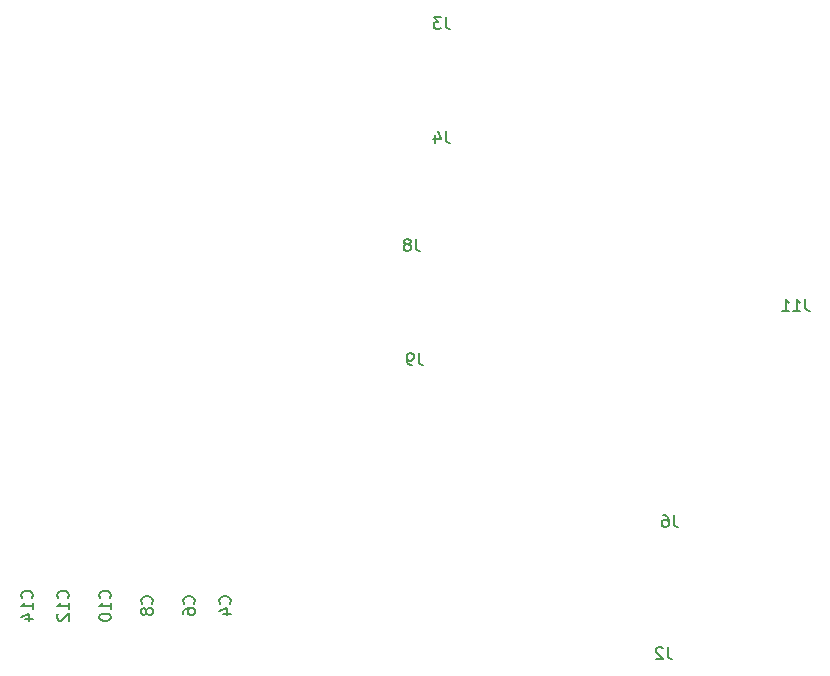
<source format=gbr>
%TF.GenerationSoftware,KiCad,Pcbnew,7.0.9*%
%TF.CreationDate,2023-12-17T07:56:42+10:00*%
%TF.ProjectId,Forward Console Input,466f7277-6172-4642-9043-6f6e736f6c65,rev?*%
%TF.SameCoordinates,Original*%
%TF.FileFunction,Legend,Bot*%
%TF.FilePolarity,Positive*%
%FSLAX46Y46*%
G04 Gerber Fmt 4.6, Leading zero omitted, Abs format (unit mm)*
G04 Created by KiCad (PCBNEW 7.0.9) date 2023-12-17 07:56:42*
%MOMM*%
%LPD*%
G01*
G04 APERTURE LIST*
%ADD10C,0.150000*%
G04 APERTURE END LIST*
D10*
X180597333Y-76574819D02*
X180597333Y-77289104D01*
X180597333Y-77289104D02*
X180644952Y-77431961D01*
X180644952Y-77431961D02*
X180740190Y-77527200D01*
X180740190Y-77527200D02*
X180883047Y-77574819D01*
X180883047Y-77574819D02*
X180978285Y-77574819D01*
X179978285Y-77003390D02*
X180073523Y-76955771D01*
X180073523Y-76955771D02*
X180121142Y-76908152D01*
X180121142Y-76908152D02*
X180168761Y-76812914D01*
X180168761Y-76812914D02*
X180168761Y-76765295D01*
X180168761Y-76765295D02*
X180121142Y-76670057D01*
X180121142Y-76670057D02*
X180073523Y-76622438D01*
X180073523Y-76622438D02*
X179978285Y-76574819D01*
X179978285Y-76574819D02*
X179787809Y-76574819D01*
X179787809Y-76574819D02*
X179692571Y-76622438D01*
X179692571Y-76622438D02*
X179644952Y-76670057D01*
X179644952Y-76670057D02*
X179597333Y-76765295D01*
X179597333Y-76765295D02*
X179597333Y-76812914D01*
X179597333Y-76812914D02*
X179644952Y-76908152D01*
X179644952Y-76908152D02*
X179692571Y-76955771D01*
X179692571Y-76955771D02*
X179787809Y-77003390D01*
X179787809Y-77003390D02*
X179978285Y-77003390D01*
X179978285Y-77003390D02*
X180073523Y-77051009D01*
X180073523Y-77051009D02*
X180121142Y-77098628D01*
X180121142Y-77098628D02*
X180168761Y-77193866D01*
X180168761Y-77193866D02*
X180168761Y-77384342D01*
X180168761Y-77384342D02*
X180121142Y-77479580D01*
X180121142Y-77479580D02*
X180073523Y-77527200D01*
X180073523Y-77527200D02*
X179978285Y-77574819D01*
X179978285Y-77574819D02*
X179787809Y-77574819D01*
X179787809Y-77574819D02*
X179692571Y-77527200D01*
X179692571Y-77527200D02*
X179644952Y-77479580D01*
X179644952Y-77479580D02*
X179597333Y-77384342D01*
X179597333Y-77384342D02*
X179597333Y-77193866D01*
X179597333Y-77193866D02*
X179644952Y-77098628D01*
X179644952Y-77098628D02*
X179692571Y-77051009D01*
X179692571Y-77051009D02*
X179787809Y-77003390D01*
X148111580Y-106977142D02*
X148159200Y-106929523D01*
X148159200Y-106929523D02*
X148206819Y-106786666D01*
X148206819Y-106786666D02*
X148206819Y-106691428D01*
X148206819Y-106691428D02*
X148159200Y-106548571D01*
X148159200Y-106548571D02*
X148063961Y-106453333D01*
X148063961Y-106453333D02*
X147968723Y-106405714D01*
X147968723Y-106405714D02*
X147778247Y-106358095D01*
X147778247Y-106358095D02*
X147635390Y-106358095D01*
X147635390Y-106358095D02*
X147444914Y-106405714D01*
X147444914Y-106405714D02*
X147349676Y-106453333D01*
X147349676Y-106453333D02*
X147254438Y-106548571D01*
X147254438Y-106548571D02*
X147206819Y-106691428D01*
X147206819Y-106691428D02*
X147206819Y-106786666D01*
X147206819Y-106786666D02*
X147254438Y-106929523D01*
X147254438Y-106929523D02*
X147302057Y-106977142D01*
X148206819Y-107929523D02*
X148206819Y-107358095D01*
X148206819Y-107643809D02*
X147206819Y-107643809D01*
X147206819Y-107643809D02*
X147349676Y-107548571D01*
X147349676Y-107548571D02*
X147444914Y-107453333D01*
X147444914Y-107453333D02*
X147492533Y-107358095D01*
X147540152Y-108786666D02*
X148206819Y-108786666D01*
X147159200Y-108548571D02*
X147873485Y-108310476D01*
X147873485Y-108310476D02*
X147873485Y-108929523D01*
X180851333Y-86246819D02*
X180851333Y-86961104D01*
X180851333Y-86961104D02*
X180898952Y-87103961D01*
X180898952Y-87103961D02*
X180994190Y-87199200D01*
X180994190Y-87199200D02*
X181137047Y-87246819D01*
X181137047Y-87246819D02*
X181232285Y-87246819D01*
X180327523Y-87246819D02*
X180137047Y-87246819D01*
X180137047Y-87246819D02*
X180041809Y-87199200D01*
X180041809Y-87199200D02*
X179994190Y-87151580D01*
X179994190Y-87151580D02*
X179898952Y-87008723D01*
X179898952Y-87008723D02*
X179851333Y-86818247D01*
X179851333Y-86818247D02*
X179851333Y-86437295D01*
X179851333Y-86437295D02*
X179898952Y-86342057D01*
X179898952Y-86342057D02*
X179946571Y-86294438D01*
X179946571Y-86294438D02*
X180041809Y-86246819D01*
X180041809Y-86246819D02*
X180232285Y-86246819D01*
X180232285Y-86246819D02*
X180327523Y-86294438D01*
X180327523Y-86294438D02*
X180375142Y-86342057D01*
X180375142Y-86342057D02*
X180422761Y-86437295D01*
X180422761Y-86437295D02*
X180422761Y-86675390D01*
X180422761Y-86675390D02*
X180375142Y-86770628D01*
X180375142Y-86770628D02*
X180327523Y-86818247D01*
X180327523Y-86818247D02*
X180232285Y-86865866D01*
X180232285Y-86865866D02*
X180041809Y-86865866D01*
X180041809Y-86865866D02*
X179946571Y-86818247D01*
X179946571Y-86818247D02*
X179898952Y-86770628D01*
X179898952Y-86770628D02*
X179851333Y-86675390D01*
X161827580Y-107453333D02*
X161875200Y-107405714D01*
X161875200Y-107405714D02*
X161922819Y-107262857D01*
X161922819Y-107262857D02*
X161922819Y-107167619D01*
X161922819Y-107167619D02*
X161875200Y-107024762D01*
X161875200Y-107024762D02*
X161779961Y-106929524D01*
X161779961Y-106929524D02*
X161684723Y-106881905D01*
X161684723Y-106881905D02*
X161494247Y-106834286D01*
X161494247Y-106834286D02*
X161351390Y-106834286D01*
X161351390Y-106834286D02*
X161160914Y-106881905D01*
X161160914Y-106881905D02*
X161065676Y-106929524D01*
X161065676Y-106929524D02*
X160970438Y-107024762D01*
X160970438Y-107024762D02*
X160922819Y-107167619D01*
X160922819Y-107167619D02*
X160922819Y-107262857D01*
X160922819Y-107262857D02*
X160970438Y-107405714D01*
X160970438Y-107405714D02*
X161018057Y-107453333D01*
X160922819Y-108310476D02*
X160922819Y-108120000D01*
X160922819Y-108120000D02*
X160970438Y-108024762D01*
X160970438Y-108024762D02*
X161018057Y-107977143D01*
X161018057Y-107977143D02*
X161160914Y-107881905D01*
X161160914Y-107881905D02*
X161351390Y-107834286D01*
X161351390Y-107834286D02*
X161732342Y-107834286D01*
X161732342Y-107834286D02*
X161827580Y-107881905D01*
X161827580Y-107881905D02*
X161875200Y-107929524D01*
X161875200Y-107929524D02*
X161922819Y-108024762D01*
X161922819Y-108024762D02*
X161922819Y-108215238D01*
X161922819Y-108215238D02*
X161875200Y-108310476D01*
X161875200Y-108310476D02*
X161827580Y-108358095D01*
X161827580Y-108358095D02*
X161732342Y-108405714D01*
X161732342Y-108405714D02*
X161494247Y-108405714D01*
X161494247Y-108405714D02*
X161399009Y-108358095D01*
X161399009Y-108358095D02*
X161351390Y-108310476D01*
X161351390Y-108310476D02*
X161303771Y-108215238D01*
X161303771Y-108215238D02*
X161303771Y-108024762D01*
X161303771Y-108024762D02*
X161351390Y-107929524D01*
X161351390Y-107929524D02*
X161399009Y-107881905D01*
X161399009Y-107881905D02*
X161494247Y-107834286D01*
X158271580Y-107453333D02*
X158319200Y-107405714D01*
X158319200Y-107405714D02*
X158366819Y-107262857D01*
X158366819Y-107262857D02*
X158366819Y-107167619D01*
X158366819Y-107167619D02*
X158319200Y-107024762D01*
X158319200Y-107024762D02*
X158223961Y-106929524D01*
X158223961Y-106929524D02*
X158128723Y-106881905D01*
X158128723Y-106881905D02*
X157938247Y-106834286D01*
X157938247Y-106834286D02*
X157795390Y-106834286D01*
X157795390Y-106834286D02*
X157604914Y-106881905D01*
X157604914Y-106881905D02*
X157509676Y-106929524D01*
X157509676Y-106929524D02*
X157414438Y-107024762D01*
X157414438Y-107024762D02*
X157366819Y-107167619D01*
X157366819Y-107167619D02*
X157366819Y-107262857D01*
X157366819Y-107262857D02*
X157414438Y-107405714D01*
X157414438Y-107405714D02*
X157462057Y-107453333D01*
X157795390Y-108024762D02*
X157747771Y-107929524D01*
X157747771Y-107929524D02*
X157700152Y-107881905D01*
X157700152Y-107881905D02*
X157604914Y-107834286D01*
X157604914Y-107834286D02*
X157557295Y-107834286D01*
X157557295Y-107834286D02*
X157462057Y-107881905D01*
X157462057Y-107881905D02*
X157414438Y-107929524D01*
X157414438Y-107929524D02*
X157366819Y-108024762D01*
X157366819Y-108024762D02*
X157366819Y-108215238D01*
X157366819Y-108215238D02*
X157414438Y-108310476D01*
X157414438Y-108310476D02*
X157462057Y-108358095D01*
X157462057Y-108358095D02*
X157557295Y-108405714D01*
X157557295Y-108405714D02*
X157604914Y-108405714D01*
X157604914Y-108405714D02*
X157700152Y-108358095D01*
X157700152Y-108358095D02*
X157747771Y-108310476D01*
X157747771Y-108310476D02*
X157795390Y-108215238D01*
X157795390Y-108215238D02*
X157795390Y-108024762D01*
X157795390Y-108024762D02*
X157843009Y-107929524D01*
X157843009Y-107929524D02*
X157890628Y-107881905D01*
X157890628Y-107881905D02*
X157985866Y-107834286D01*
X157985866Y-107834286D02*
X158176342Y-107834286D01*
X158176342Y-107834286D02*
X158271580Y-107881905D01*
X158271580Y-107881905D02*
X158319200Y-107929524D01*
X158319200Y-107929524D02*
X158366819Y-108024762D01*
X158366819Y-108024762D02*
X158366819Y-108215238D01*
X158366819Y-108215238D02*
X158319200Y-108310476D01*
X158319200Y-108310476D02*
X158271580Y-108358095D01*
X158271580Y-108358095D02*
X158176342Y-108405714D01*
X158176342Y-108405714D02*
X157985866Y-108405714D01*
X157985866Y-108405714D02*
X157890628Y-108358095D01*
X157890628Y-108358095D02*
X157843009Y-108310476D01*
X157843009Y-108310476D02*
X157795390Y-108215238D01*
X202441333Y-99962819D02*
X202441333Y-100677104D01*
X202441333Y-100677104D02*
X202488952Y-100819961D01*
X202488952Y-100819961D02*
X202584190Y-100915200D01*
X202584190Y-100915200D02*
X202727047Y-100962819D01*
X202727047Y-100962819D02*
X202822285Y-100962819D01*
X201536571Y-99962819D02*
X201727047Y-99962819D01*
X201727047Y-99962819D02*
X201822285Y-100010438D01*
X201822285Y-100010438D02*
X201869904Y-100058057D01*
X201869904Y-100058057D02*
X201965142Y-100200914D01*
X201965142Y-100200914D02*
X202012761Y-100391390D01*
X202012761Y-100391390D02*
X202012761Y-100772342D01*
X202012761Y-100772342D02*
X201965142Y-100867580D01*
X201965142Y-100867580D02*
X201917523Y-100915200D01*
X201917523Y-100915200D02*
X201822285Y-100962819D01*
X201822285Y-100962819D02*
X201631809Y-100962819D01*
X201631809Y-100962819D02*
X201536571Y-100915200D01*
X201536571Y-100915200D02*
X201488952Y-100867580D01*
X201488952Y-100867580D02*
X201441333Y-100772342D01*
X201441333Y-100772342D02*
X201441333Y-100534247D01*
X201441333Y-100534247D02*
X201488952Y-100439009D01*
X201488952Y-100439009D02*
X201536571Y-100391390D01*
X201536571Y-100391390D02*
X201631809Y-100343771D01*
X201631809Y-100343771D02*
X201822285Y-100343771D01*
X201822285Y-100343771D02*
X201917523Y-100391390D01*
X201917523Y-100391390D02*
X201965142Y-100439009D01*
X201965142Y-100439009D02*
X202012761Y-100534247D01*
X183137333Y-67450819D02*
X183137333Y-68165104D01*
X183137333Y-68165104D02*
X183184952Y-68307961D01*
X183184952Y-68307961D02*
X183280190Y-68403200D01*
X183280190Y-68403200D02*
X183423047Y-68450819D01*
X183423047Y-68450819D02*
X183518285Y-68450819D01*
X182232571Y-67784152D02*
X182232571Y-68450819D01*
X182470666Y-67403200D02*
X182708761Y-68117485D01*
X182708761Y-68117485D02*
X182089714Y-68117485D01*
X151159580Y-106977142D02*
X151207200Y-106929523D01*
X151207200Y-106929523D02*
X151254819Y-106786666D01*
X151254819Y-106786666D02*
X151254819Y-106691428D01*
X151254819Y-106691428D02*
X151207200Y-106548571D01*
X151207200Y-106548571D02*
X151111961Y-106453333D01*
X151111961Y-106453333D02*
X151016723Y-106405714D01*
X151016723Y-106405714D02*
X150826247Y-106358095D01*
X150826247Y-106358095D02*
X150683390Y-106358095D01*
X150683390Y-106358095D02*
X150492914Y-106405714D01*
X150492914Y-106405714D02*
X150397676Y-106453333D01*
X150397676Y-106453333D02*
X150302438Y-106548571D01*
X150302438Y-106548571D02*
X150254819Y-106691428D01*
X150254819Y-106691428D02*
X150254819Y-106786666D01*
X150254819Y-106786666D02*
X150302438Y-106929523D01*
X150302438Y-106929523D02*
X150350057Y-106977142D01*
X151254819Y-107929523D02*
X151254819Y-107358095D01*
X151254819Y-107643809D02*
X150254819Y-107643809D01*
X150254819Y-107643809D02*
X150397676Y-107548571D01*
X150397676Y-107548571D02*
X150492914Y-107453333D01*
X150492914Y-107453333D02*
X150540533Y-107358095D01*
X150350057Y-108310476D02*
X150302438Y-108358095D01*
X150302438Y-108358095D02*
X150254819Y-108453333D01*
X150254819Y-108453333D02*
X150254819Y-108691428D01*
X150254819Y-108691428D02*
X150302438Y-108786666D01*
X150302438Y-108786666D02*
X150350057Y-108834285D01*
X150350057Y-108834285D02*
X150445295Y-108881904D01*
X150445295Y-108881904D02*
X150540533Y-108881904D01*
X150540533Y-108881904D02*
X150683390Y-108834285D01*
X150683390Y-108834285D02*
X151254819Y-108262857D01*
X151254819Y-108262857D02*
X151254819Y-108881904D01*
X164875580Y-107453333D02*
X164923200Y-107405714D01*
X164923200Y-107405714D02*
X164970819Y-107262857D01*
X164970819Y-107262857D02*
X164970819Y-107167619D01*
X164970819Y-107167619D02*
X164923200Y-107024762D01*
X164923200Y-107024762D02*
X164827961Y-106929524D01*
X164827961Y-106929524D02*
X164732723Y-106881905D01*
X164732723Y-106881905D02*
X164542247Y-106834286D01*
X164542247Y-106834286D02*
X164399390Y-106834286D01*
X164399390Y-106834286D02*
X164208914Y-106881905D01*
X164208914Y-106881905D02*
X164113676Y-106929524D01*
X164113676Y-106929524D02*
X164018438Y-107024762D01*
X164018438Y-107024762D02*
X163970819Y-107167619D01*
X163970819Y-107167619D02*
X163970819Y-107262857D01*
X163970819Y-107262857D02*
X164018438Y-107405714D01*
X164018438Y-107405714D02*
X164066057Y-107453333D01*
X164304152Y-108310476D02*
X164970819Y-108310476D01*
X163923200Y-108072381D02*
X164637485Y-107834286D01*
X164637485Y-107834286D02*
X164637485Y-108453333D01*
X201933333Y-111138819D02*
X201933333Y-111853104D01*
X201933333Y-111853104D02*
X201980952Y-111995961D01*
X201980952Y-111995961D02*
X202076190Y-112091200D01*
X202076190Y-112091200D02*
X202219047Y-112138819D01*
X202219047Y-112138819D02*
X202314285Y-112138819D01*
X201504761Y-111234057D02*
X201457142Y-111186438D01*
X201457142Y-111186438D02*
X201361904Y-111138819D01*
X201361904Y-111138819D02*
X201123809Y-111138819D01*
X201123809Y-111138819D02*
X201028571Y-111186438D01*
X201028571Y-111186438D02*
X200980952Y-111234057D01*
X200980952Y-111234057D02*
X200933333Y-111329295D01*
X200933333Y-111329295D02*
X200933333Y-111424533D01*
X200933333Y-111424533D02*
X200980952Y-111567390D01*
X200980952Y-111567390D02*
X201552380Y-112138819D01*
X201552380Y-112138819D02*
X200933333Y-112138819D01*
X183137333Y-57798819D02*
X183137333Y-58513104D01*
X183137333Y-58513104D02*
X183184952Y-58655961D01*
X183184952Y-58655961D02*
X183280190Y-58751200D01*
X183280190Y-58751200D02*
X183423047Y-58798819D01*
X183423047Y-58798819D02*
X183518285Y-58798819D01*
X182756380Y-57798819D02*
X182137333Y-57798819D01*
X182137333Y-57798819D02*
X182470666Y-58179771D01*
X182470666Y-58179771D02*
X182327809Y-58179771D01*
X182327809Y-58179771D02*
X182232571Y-58227390D01*
X182232571Y-58227390D02*
X182184952Y-58275009D01*
X182184952Y-58275009D02*
X182137333Y-58370247D01*
X182137333Y-58370247D02*
X182137333Y-58608342D01*
X182137333Y-58608342D02*
X182184952Y-58703580D01*
X182184952Y-58703580D02*
X182232571Y-58751200D01*
X182232571Y-58751200D02*
X182327809Y-58798819D01*
X182327809Y-58798819D02*
X182613523Y-58798819D01*
X182613523Y-58798819D02*
X182708761Y-58751200D01*
X182708761Y-58751200D02*
X182756380Y-58703580D01*
X213585523Y-81674819D02*
X213585523Y-82389104D01*
X213585523Y-82389104D02*
X213633142Y-82531961D01*
X213633142Y-82531961D02*
X213728380Y-82627200D01*
X213728380Y-82627200D02*
X213871237Y-82674819D01*
X213871237Y-82674819D02*
X213966475Y-82674819D01*
X212585523Y-82674819D02*
X213156951Y-82674819D01*
X212871237Y-82674819D02*
X212871237Y-81674819D01*
X212871237Y-81674819D02*
X212966475Y-81817676D01*
X212966475Y-81817676D02*
X213061713Y-81912914D01*
X213061713Y-81912914D02*
X213156951Y-81960533D01*
X211633142Y-82674819D02*
X212204570Y-82674819D01*
X211918856Y-82674819D02*
X211918856Y-81674819D01*
X211918856Y-81674819D02*
X212014094Y-81817676D01*
X212014094Y-81817676D02*
X212109332Y-81912914D01*
X212109332Y-81912914D02*
X212204570Y-81960533D01*
X154715580Y-106977142D02*
X154763200Y-106929523D01*
X154763200Y-106929523D02*
X154810819Y-106786666D01*
X154810819Y-106786666D02*
X154810819Y-106691428D01*
X154810819Y-106691428D02*
X154763200Y-106548571D01*
X154763200Y-106548571D02*
X154667961Y-106453333D01*
X154667961Y-106453333D02*
X154572723Y-106405714D01*
X154572723Y-106405714D02*
X154382247Y-106358095D01*
X154382247Y-106358095D02*
X154239390Y-106358095D01*
X154239390Y-106358095D02*
X154048914Y-106405714D01*
X154048914Y-106405714D02*
X153953676Y-106453333D01*
X153953676Y-106453333D02*
X153858438Y-106548571D01*
X153858438Y-106548571D02*
X153810819Y-106691428D01*
X153810819Y-106691428D02*
X153810819Y-106786666D01*
X153810819Y-106786666D02*
X153858438Y-106929523D01*
X153858438Y-106929523D02*
X153906057Y-106977142D01*
X154810819Y-107929523D02*
X154810819Y-107358095D01*
X154810819Y-107643809D02*
X153810819Y-107643809D01*
X153810819Y-107643809D02*
X153953676Y-107548571D01*
X153953676Y-107548571D02*
X154048914Y-107453333D01*
X154048914Y-107453333D02*
X154096533Y-107358095D01*
X153810819Y-108548571D02*
X153810819Y-108643809D01*
X153810819Y-108643809D02*
X153858438Y-108739047D01*
X153858438Y-108739047D02*
X153906057Y-108786666D01*
X153906057Y-108786666D02*
X154001295Y-108834285D01*
X154001295Y-108834285D02*
X154191771Y-108881904D01*
X154191771Y-108881904D02*
X154429866Y-108881904D01*
X154429866Y-108881904D02*
X154620342Y-108834285D01*
X154620342Y-108834285D02*
X154715580Y-108786666D01*
X154715580Y-108786666D02*
X154763200Y-108739047D01*
X154763200Y-108739047D02*
X154810819Y-108643809D01*
X154810819Y-108643809D02*
X154810819Y-108548571D01*
X154810819Y-108548571D02*
X154763200Y-108453333D01*
X154763200Y-108453333D02*
X154715580Y-108405714D01*
X154715580Y-108405714D02*
X154620342Y-108358095D01*
X154620342Y-108358095D02*
X154429866Y-108310476D01*
X154429866Y-108310476D02*
X154191771Y-108310476D01*
X154191771Y-108310476D02*
X154001295Y-108358095D01*
X154001295Y-108358095D02*
X153906057Y-108405714D01*
X153906057Y-108405714D02*
X153858438Y-108453333D01*
X153858438Y-108453333D02*
X153810819Y-108548571D01*
M02*

</source>
